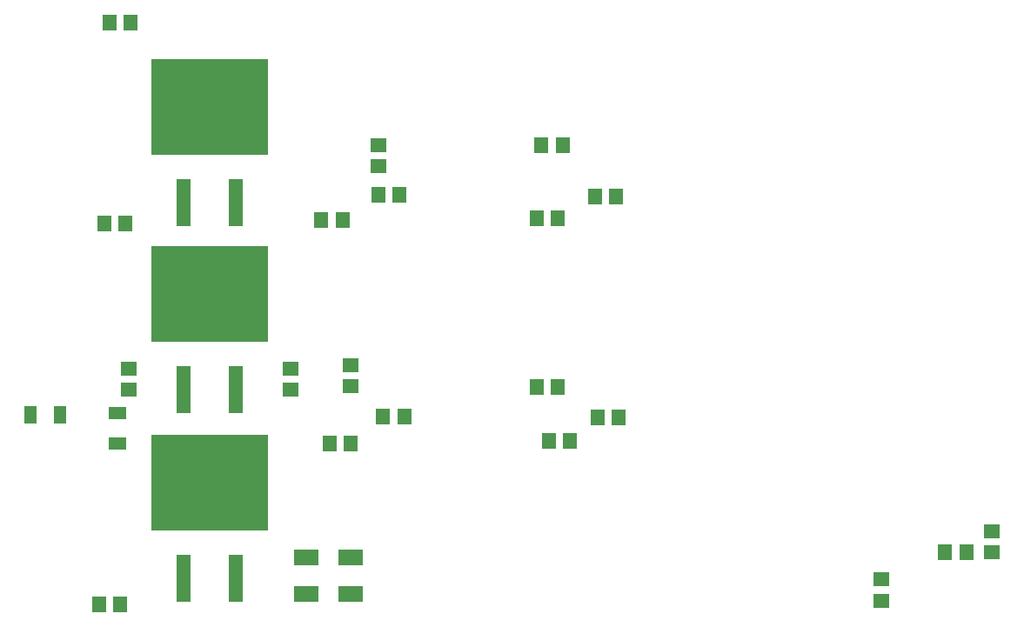
<source format=gtp>
G04*
G04 #@! TF.GenerationSoftware,Altium Limited,Altium Designer,18.0.12 (696)*
G04*
G04 Layer_Color=8421504*
%FSLAX25Y25*%
%MOIN*%
G70*
G01*
G75*
%ADD14R,0.05512X0.05906*%
%ADD15R,0.05906X0.05512*%
%ADD16R,0.05315X0.18110*%
%ADD17R,0.44882X0.37008*%
%ADD18R,0.09173X0.06142*%
%ADD19R,0.04646X0.06969*%
%ADD20R,0.06969X0.04646*%
D14*
X-174800Y90600D02*
D03*
X-182900D02*
D03*
X-254100Y69100D02*
D03*
X-262200D02*
D03*
X-173000Y183400D02*
D03*
X-181100D02*
D03*
X-243600Y164500D02*
D03*
X-235500D02*
D03*
X-26400Y27400D02*
D03*
X-18300D02*
D03*
X-348500Y153500D02*
D03*
X-340400D02*
D03*
X-350500Y7400D02*
D03*
X-342400D02*
D03*
X-338600Y230400D02*
D03*
X-346700D02*
D03*
X-183000Y155300D02*
D03*
X-174900D02*
D03*
X-265400Y154700D02*
D03*
X-257300D02*
D03*
X-233700Y79400D02*
D03*
X-241800D02*
D03*
X-152400Y163700D02*
D03*
X-160500D02*
D03*
X-178300Y69900D02*
D03*
X-170200D02*
D03*
X-151400Y79200D02*
D03*
X-159500D02*
D03*
D15*
X-254100Y90900D02*
D03*
Y99000D02*
D03*
X-243600Y175300D02*
D03*
Y183400D02*
D03*
X-50900Y8800D02*
D03*
Y16900D02*
D03*
X-8600Y35500D02*
D03*
Y27400D02*
D03*
X-339200Y97700D02*
D03*
Y89600D02*
D03*
X-277100Y97700D02*
D03*
Y89600D02*
D03*
D16*
X-298200Y161542D02*
D03*
X-318200D02*
D03*
X-298200Y17542D02*
D03*
X-318200D02*
D03*
X-298100Y89842D02*
D03*
X-318100D02*
D03*
D17*
X-308200Y198000D02*
D03*
Y54000D02*
D03*
X-308100Y126300D02*
D03*
D18*
X-254275Y25500D02*
D03*
X-271125D02*
D03*
X-254275Y11400D02*
D03*
X-271125D02*
D03*
D19*
X-365522Y80100D02*
D03*
X-376900D02*
D03*
D20*
X-343600Y80578D02*
D03*
Y69200D02*
D03*
M02*

</source>
